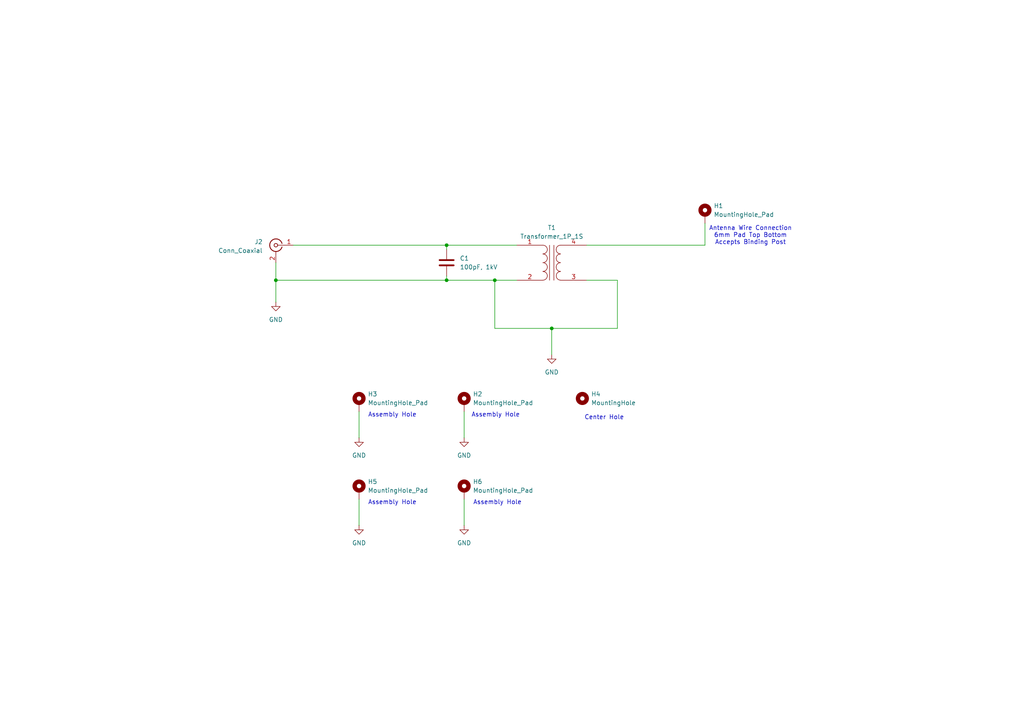
<source format=kicad_sch>
(kicad_sch
	(version 20231120)
	(generator "eeschema")
	(generator_version "8.0")
	(uuid "cd7a13dc-898b-444e-8c64-04932f1d4072")
	(paper "A4")
	(lib_symbols
		(symbol "Connector:Conn_Coaxial"
			(pin_names
				(offset 1.016) hide)
			(exclude_from_sim no)
			(in_bom yes)
			(on_board yes)
			(property "Reference" "J"
				(at 0.254 3.048 0)
				(effects
					(font
						(size 1.27 1.27)
					)
				)
			)
			(property "Value" "Conn_Coaxial"
				(at 2.921 0 90)
				(effects
					(font
						(size 1.27 1.27)
					)
				)
			)
			(property "Footprint" ""
				(at 0 0 0)
				(effects
					(font
						(size 1.27 1.27)
					)
					(hide yes)
				)
			)
			(property "Datasheet" "~"
				(at 0 0 0)
				(effects
					(font
						(size 1.27 1.27)
					)
					(hide yes)
				)
			)
			(property "Description" "coaxial connector (BNC, SMA, SMB, SMC, Cinch/RCA, LEMO, ...)"
				(at 0 0 0)
				(effects
					(font
						(size 1.27 1.27)
					)
					(hide yes)
				)
			)
			(property "ki_keywords" "BNC SMA SMB SMC LEMO coaxial connector CINCH RCA MCX MMCX U.FL UMRF"
				(at 0 0 0)
				(effects
					(font
						(size 1.27 1.27)
					)
					(hide yes)
				)
			)
			(property "ki_fp_filters" "*BNC* *SMA* *SMB* *SMC* *Cinch* *LEMO* *UMRF* *MCX* *U.FL*"
				(at 0 0 0)
				(effects
					(font
						(size 1.27 1.27)
					)
					(hide yes)
				)
			)
			(symbol "Conn_Coaxial_0_1"
				(arc
					(start -1.778 -0.508)
					(mid 0.2311 -1.8066)
					(end 1.778 0)
					(stroke
						(width 0.254)
						(type default)
					)
					(fill
						(type none)
					)
				)
				(polyline
					(pts
						(xy -2.54 0) (xy -0.508 0)
					)
					(stroke
						(width 0)
						(type default)
					)
					(fill
						(type none)
					)
				)
				(polyline
					(pts
						(xy 0 -2.54) (xy 0 -1.778)
					)
					(stroke
						(width 0)
						(type default)
					)
					(fill
						(type none)
					)
				)
				(circle
					(center 0 0)
					(radius 0.508)
					(stroke
						(width 0.2032)
						(type default)
					)
					(fill
						(type none)
					)
				)
				(arc
					(start 1.778 0)
					(mid 0.2099 1.8101)
					(end -1.778 0.508)
					(stroke
						(width 0.254)
						(type default)
					)
					(fill
						(type none)
					)
				)
			)
			(symbol "Conn_Coaxial_1_1"
				(pin passive line
					(at -5.08 0 0)
					(length 2.54)
					(name "In"
						(effects
							(font
								(size 1.27 1.27)
							)
						)
					)
					(number "1"
						(effects
							(font
								(size 1.27 1.27)
							)
						)
					)
				)
				(pin passive line
					(at 0 -5.08 90)
					(length 2.54)
					(name "Ext"
						(effects
							(font
								(size 1.27 1.27)
							)
						)
					)
					(number "2"
						(effects
							(font
								(size 1.27 1.27)
							)
						)
					)
				)
			)
		)
		(symbol "Device:C"
			(pin_numbers hide)
			(pin_names
				(offset 0.254)
			)
			(exclude_from_sim no)
			(in_bom yes)
			(on_board yes)
			(property "Reference" "C"
				(at 0.635 2.54 0)
				(effects
					(font
						(size 1.27 1.27)
					)
					(justify left)
				)
			)
			(property "Value" "C"
				(at 0.635 -2.54 0)
				(effects
					(font
						(size 1.27 1.27)
					)
					(justify left)
				)
			)
			(property "Footprint" ""
				(at 0.9652 -3.81 0)
				(effects
					(font
						(size 1.27 1.27)
					)
					(hide yes)
				)
			)
			(property "Datasheet" "~"
				(at 0 0 0)
				(effects
					(font
						(size 1.27 1.27)
					)
					(hide yes)
				)
			)
			(property "Description" "Unpolarized capacitor"
				(at 0 0 0)
				(effects
					(font
						(size 1.27 1.27)
					)
					(hide yes)
				)
			)
			(property "ki_keywords" "cap capacitor"
				(at 0 0 0)
				(effects
					(font
						(size 1.27 1.27)
					)
					(hide yes)
				)
			)
			(property "ki_fp_filters" "C_*"
				(at 0 0 0)
				(effects
					(font
						(size 1.27 1.27)
					)
					(hide yes)
				)
			)
			(symbol "C_0_1"
				(polyline
					(pts
						(xy -2.032 -0.762) (xy 2.032 -0.762)
					)
					(stroke
						(width 0.508)
						(type default)
					)
					(fill
						(type none)
					)
				)
				(polyline
					(pts
						(xy -2.032 0.762) (xy 2.032 0.762)
					)
					(stroke
						(width 0.508)
						(type default)
					)
					(fill
						(type none)
					)
				)
			)
			(symbol "C_1_1"
				(pin passive line
					(at 0 3.81 270)
					(length 2.794)
					(name "~"
						(effects
							(font
								(size 1.27 1.27)
							)
						)
					)
					(number "1"
						(effects
							(font
								(size 1.27 1.27)
							)
						)
					)
				)
				(pin passive line
					(at 0 -3.81 90)
					(length 2.794)
					(name "~"
						(effects
							(font
								(size 1.27 1.27)
							)
						)
					)
					(number "2"
						(effects
							(font
								(size 1.27 1.27)
							)
						)
					)
				)
			)
		)
		(symbol "Device:Transformer_1P_1S"
			(pin_names
				(offset 1.016) hide)
			(exclude_from_sim no)
			(in_bom yes)
			(on_board yes)
			(property "Reference" "T"
				(at 0 6.35 0)
				(effects
					(font
						(size 1.27 1.27)
					)
				)
			)
			(property "Value" "Transformer_1P_1S"
				(at 0 -7.62 0)
				(effects
					(font
						(size 1.27 1.27)
					)
				)
			)
			(property "Footprint" ""
				(at 0 0 0)
				(effects
					(font
						(size 1.27 1.27)
					)
					(hide yes)
				)
			)
			(property "Datasheet" "~"
				(at 0 0 0)
				(effects
					(font
						(size 1.27 1.27)
					)
					(hide yes)
				)
			)
			(property "Description" "Transformer, single primary, single secondary"
				(at 0 0 0)
				(effects
					(font
						(size 1.27 1.27)
					)
					(hide yes)
				)
			)
			(property "ki_keywords" "transformer coil magnet"
				(at 0 0 0)
				(effects
					(font
						(size 1.27 1.27)
					)
					(hide yes)
				)
			)
			(symbol "Transformer_1P_1S_0_1"
				(arc
					(start -2.54 -5.0546)
					(mid -1.6599 -4.6901)
					(end -1.27 -3.81)
					(stroke
						(width 0)
						(type default)
					)
					(fill
						(type none)
					)
				)
				(arc
					(start -2.54 -2.5146)
					(mid -1.6599 -2.1501)
					(end -1.27 -1.27)
					(stroke
						(width 0)
						(type default)
					)
					(fill
						(type none)
					)
				)
				(arc
					(start -2.54 0.0254)
					(mid -1.6599 0.3899)
					(end -1.27 1.27)
					(stroke
						(width 0)
						(type default)
					)
					(fill
						(type none)
					)
				)
				(arc
					(start -2.54 2.5654)
					(mid -1.6599 2.9299)
					(end -1.27 3.81)
					(stroke
						(width 0)
						(type default)
					)
					(fill
						(type none)
					)
				)
				(arc
					(start -1.27 -3.81)
					(mid -1.642 -2.912)
					(end -2.54 -2.54)
					(stroke
						(width 0)
						(type default)
					)
					(fill
						(type none)
					)
				)
				(arc
					(start -1.27 -1.27)
					(mid -1.642 -0.372)
					(end -2.54 0)
					(stroke
						(width 0)
						(type default)
					)
					(fill
						(type none)
					)
				)
				(arc
					(start -1.27 1.27)
					(mid -1.642 2.168)
					(end -2.54 2.54)
					(stroke
						(width 0)
						(type default)
					)
					(fill
						(type none)
					)
				)
				(arc
					(start -1.27 3.81)
					(mid -1.642 4.708)
					(end -2.54 5.08)
					(stroke
						(width 0)
						(type default)
					)
					(fill
						(type none)
					)
				)
				(polyline
					(pts
						(xy -0.635 5.08) (xy -0.635 -5.08)
					)
					(stroke
						(width 0)
						(type default)
					)
					(fill
						(type none)
					)
				)
				(polyline
					(pts
						(xy 0.635 -5.08) (xy 0.635 5.08)
					)
					(stroke
						(width 0)
						(type default)
					)
					(fill
						(type none)
					)
				)
				(arc
					(start 1.2954 -1.27)
					(mid 1.6599 -2.1501)
					(end 2.54 -2.5146)
					(stroke
						(width 0)
						(type default)
					)
					(fill
						(type none)
					)
				)
				(arc
					(start 1.2954 1.27)
					(mid 1.6599 0.3899)
					(end 2.54 0.0254)
					(stroke
						(width 0)
						(type default)
					)
					(fill
						(type none)
					)
				)
				(arc
					(start 1.2954 3.81)
					(mid 1.6599 2.9299)
					(end 2.54 2.5654)
					(stroke
						(width 0)
						(type default)
					)
					(fill
						(type none)
					)
				)
				(arc
					(start 1.3208 -3.81)
					(mid 1.6853 -4.6901)
					(end 2.5654 -5.0546)
					(stroke
						(width 0)
						(type default)
					)
					(fill
						(type none)
					)
				)
				(arc
					(start 2.54 0)
					(mid 1.642 -0.372)
					(end 1.2954 -1.27)
					(stroke
						(width 0)
						(type default)
					)
					(fill
						(type none)
					)
				)
				(arc
					(start 2.54 2.54)
					(mid 1.642 2.168)
					(end 1.2954 1.27)
					(stroke
						(width 0)
						(type default)
					)
					(fill
						(type none)
					)
				)
				(arc
					(start 2.54 5.08)
					(mid 1.642 4.708)
					(end 1.2954 3.81)
					(stroke
						(width 0)
						(type default)
					)
					(fill
						(type none)
					)
				)
				(arc
					(start 2.5654 -2.54)
					(mid 1.6674 -2.912)
					(end 1.3208 -3.81)
					(stroke
						(width 0)
						(type default)
					)
					(fill
						(type none)
					)
				)
			)
			(symbol "Transformer_1P_1S_1_1"
				(pin passive line
					(at -10.16 5.08 0)
					(length 7.62)
					(name "AA"
						(effects
							(font
								(size 1.27 1.27)
							)
						)
					)
					(number "1"
						(effects
							(font
								(size 1.27 1.27)
							)
						)
					)
				)
				(pin passive line
					(at -10.16 -5.08 0)
					(length 7.62)
					(name "AB"
						(effects
							(font
								(size 1.27 1.27)
							)
						)
					)
					(number "2"
						(effects
							(font
								(size 1.27 1.27)
							)
						)
					)
				)
				(pin passive line
					(at 10.16 -5.08 180)
					(length 7.62)
					(name "SA"
						(effects
							(font
								(size 1.27 1.27)
							)
						)
					)
					(number "3"
						(effects
							(font
								(size 1.27 1.27)
							)
						)
					)
				)
				(pin passive line
					(at 10.16 5.08 180)
					(length 7.62)
					(name "SB"
						(effects
							(font
								(size 1.27 1.27)
							)
						)
					)
					(number "4"
						(effects
							(font
								(size 1.27 1.27)
							)
						)
					)
				)
			)
		)
		(symbol "Mechanical:MountingHole"
			(pin_names
				(offset 1.016)
			)
			(exclude_from_sim yes)
			(in_bom no)
			(on_board yes)
			(property "Reference" "H"
				(at 0 5.08 0)
				(effects
					(font
						(size 1.27 1.27)
					)
				)
			)
			(property "Value" "MountingHole"
				(at 0 3.175 0)
				(effects
					(font
						(size 1.27 1.27)
					)
				)
			)
			(property "Footprint" ""
				(at 0 0 0)
				(effects
					(font
						(size 1.27 1.27)
					)
					(hide yes)
				)
			)
			(property "Datasheet" "~"
				(at 0 0 0)
				(effects
					(font
						(size 1.27 1.27)
					)
					(hide yes)
				)
			)
			(property "Description" "Mounting Hole without connection"
				(at 0 0 0)
				(effects
					(font
						(size 1.27 1.27)
					)
					(hide yes)
				)
			)
			(property "ki_keywords" "mounting hole"
				(at 0 0 0)
				(effects
					(font
						(size 1.27 1.27)
					)
					(hide yes)
				)
			)
			(property "ki_fp_filters" "MountingHole*"
				(at 0 0 0)
				(effects
					(font
						(size 1.27 1.27)
					)
					(hide yes)
				)
			)
			(symbol "MountingHole_0_1"
				(circle
					(center 0 0)
					(radius 1.27)
					(stroke
						(width 1.27)
						(type default)
					)
					(fill
						(type none)
					)
				)
			)
		)
		(symbol "Mechanical:MountingHole_Pad"
			(pin_numbers hide)
			(pin_names
				(offset 1.016) hide)
			(exclude_from_sim yes)
			(in_bom no)
			(on_board yes)
			(property "Reference" "H"
				(at 0 6.35 0)
				(effects
					(font
						(size 1.27 1.27)
					)
				)
			)
			(property "Value" "MountingHole_Pad"
				(at 0 4.445 0)
				(effects
					(font
						(size 1.27 1.27)
					)
				)
			)
			(property "Footprint" ""
				(at 0 0 0)
				(effects
					(font
						(size 1.27 1.27)
					)
					(hide yes)
				)
			)
			(property "Datasheet" "~"
				(at 0 0 0)
				(effects
					(font
						(size 1.27 1.27)
					)
					(hide yes)
				)
			)
			(property "Description" "Mounting Hole with connection"
				(at 0 0 0)
				(effects
					(font
						(size 1.27 1.27)
					)
					(hide yes)
				)
			)
			(property "ki_keywords" "mounting hole"
				(at 0 0 0)
				(effects
					(font
						(size 1.27 1.27)
					)
					(hide yes)
				)
			)
			(property "ki_fp_filters" "MountingHole*Pad*"
				(at 0 0 0)
				(effects
					(font
						(size 1.27 1.27)
					)
					(hide yes)
				)
			)
			(symbol "MountingHole_Pad_0_1"
				(circle
					(center 0 1.27)
					(radius 1.27)
					(stroke
						(width 1.27)
						(type default)
					)
					(fill
						(type none)
					)
				)
			)
			(symbol "MountingHole_Pad_1_1"
				(pin input line
					(at 0 -2.54 90)
					(length 2.54)
					(name "1"
						(effects
							(font
								(size 1.27 1.27)
							)
						)
					)
					(number "1"
						(effects
							(font
								(size 1.27 1.27)
							)
						)
					)
				)
			)
		)
		(symbol "power:GND"
			(power)
			(pin_numbers hide)
			(pin_names
				(offset 0) hide)
			(exclude_from_sim no)
			(in_bom yes)
			(on_board yes)
			(property "Reference" "#PWR"
				(at 0 -6.35 0)
				(effects
					(font
						(size 1.27 1.27)
					)
					(hide yes)
				)
			)
			(property "Value" "GND"
				(at 0 -3.81 0)
				(effects
					(font
						(size 1.27 1.27)
					)
				)
			)
			(property "Footprint" ""
				(at 0 0 0)
				(effects
					(font
						(size 1.27 1.27)
					)
					(hide yes)
				)
			)
			(property "Datasheet" ""
				(at 0 0 0)
				(effects
					(font
						(size 1.27 1.27)
					)
					(hide yes)
				)
			)
			(property "Description" "Power symbol creates a global label with name \"GND\" , ground"
				(at 0 0 0)
				(effects
					(font
						(size 1.27 1.27)
					)
					(hide yes)
				)
			)
			(property "ki_keywords" "global power"
				(at 0 0 0)
				(effects
					(font
						(size 1.27 1.27)
					)
					(hide yes)
				)
			)
			(symbol "GND_0_1"
				(polyline
					(pts
						(xy 0 0) (xy 0 -1.27) (xy 1.27 -1.27) (xy 0 -2.54) (xy -1.27 -1.27) (xy 0 -1.27)
					)
					(stroke
						(width 0)
						(type default)
					)
					(fill
						(type none)
					)
				)
			)
			(symbol "GND_1_1"
				(pin power_in line
					(at 0 0 270)
					(length 0)
					(name "~"
						(effects
							(font
								(size 1.27 1.27)
							)
						)
					)
					(number "1"
						(effects
							(font
								(size 1.27 1.27)
							)
						)
					)
				)
			)
		)
	)
	(junction
		(at 160.02 95.25)
		(diameter 0)
		(color 0 0 0 0)
		(uuid "2c5293e8-f8ec-4753-ae93-d7806d5b9cfe")
	)
	(junction
		(at 129.54 81.28)
		(diameter 0)
		(color 0 0 0 0)
		(uuid "9a6484bd-43cd-4651-a4f1-0fe9a12581cd")
	)
	(junction
		(at 143.51 81.28)
		(diameter 0)
		(color 0 0 0 0)
		(uuid "aeddf92a-8395-428c-af35-1727907cb3a0")
	)
	(junction
		(at 80.01 81.28)
		(diameter 0)
		(color 0 0 0 0)
		(uuid "c95b201e-a72e-4c1f-835f-9026daa6ee49")
	)
	(junction
		(at 129.54 71.12)
		(diameter 0)
		(color 0 0 0 0)
		(uuid "c977be67-bed0-4a80-abb3-05195db88147")
	)
	(wire
		(pts
			(xy 134.62 144.78) (xy 134.62 152.4)
		)
		(stroke
			(width 0)
			(type default)
		)
		(uuid "1bbfb401-8fe7-4b69-ac9a-dbc1d7ee71e3")
	)
	(wire
		(pts
			(xy 204.47 71.12) (xy 204.47 64.77)
		)
		(stroke
			(width 0)
			(type default)
		)
		(uuid "213e6e7f-0d55-423b-8461-8e28e20326ca")
	)
	(wire
		(pts
			(xy 80.01 81.28) (xy 129.54 81.28)
		)
		(stroke
			(width 0)
			(type default)
		)
		(uuid "3ce0e3e5-1ec1-4c9f-9bb8-c76dfcadbe8d")
	)
	(wire
		(pts
			(xy 129.54 71.12) (xy 149.86 71.12)
		)
		(stroke
			(width 0)
			(type default)
		)
		(uuid "3e5f85c5-0ade-4feb-b895-c961555b4cf3")
	)
	(wire
		(pts
			(xy 104.14 119.38) (xy 104.14 127)
		)
		(stroke
			(width 0)
			(type default)
		)
		(uuid "3f8e253f-9861-4515-bd0d-6b48a60b727f")
	)
	(wire
		(pts
			(xy 129.54 80.01) (xy 129.54 81.28)
		)
		(stroke
			(width 0)
			(type default)
		)
		(uuid "4158a876-8f2c-4364-8e31-f54ae2488f19")
	)
	(wire
		(pts
			(xy 80.01 76.2) (xy 80.01 81.28)
		)
		(stroke
			(width 0)
			(type default)
		)
		(uuid "4d0732f3-b0d3-42ec-bea4-58207664bddd")
	)
	(wire
		(pts
			(xy 129.54 71.12) (xy 129.54 72.39)
		)
		(stroke
			(width 0)
			(type default)
		)
		(uuid "5be061e5-9cb0-4d7c-abd4-4080c7b74e6f")
	)
	(wire
		(pts
			(xy 170.18 71.12) (xy 204.47 71.12)
		)
		(stroke
			(width 0)
			(type default)
		)
		(uuid "75dd2589-1b0b-476e-a730-3e84b713f133")
	)
	(wire
		(pts
			(xy 143.51 81.28) (xy 149.86 81.28)
		)
		(stroke
			(width 0)
			(type default)
		)
		(uuid "89f2ba9b-bc9a-4307-8ccc-45997d1d5184")
	)
	(wire
		(pts
			(xy 160.02 95.25) (xy 160.02 102.87)
		)
		(stroke
			(width 0)
			(type default)
		)
		(uuid "8e04f203-8372-4e09-809b-0d62b4128c81")
	)
	(wire
		(pts
			(xy 170.18 81.28) (xy 179.07 81.28)
		)
		(stroke
			(width 0)
			(type default)
		)
		(uuid "9363a2f5-da1c-43b4-ad80-d6ca79713c76")
	)
	(wire
		(pts
			(xy 179.07 81.28) (xy 179.07 95.25)
		)
		(stroke
			(width 0)
			(type default)
		)
		(uuid "9dd19dde-2799-467e-9e29-9a62a11addda")
	)
	(wire
		(pts
			(xy 85.09 71.12) (xy 129.54 71.12)
		)
		(stroke
			(width 0)
			(type default)
		)
		(uuid "b610e41a-d2de-4537-b753-3b9d457e6e81")
	)
	(wire
		(pts
			(xy 134.62 119.38) (xy 134.62 127)
		)
		(stroke
			(width 0)
			(type default)
		)
		(uuid "b7ca0e6e-8242-47a6-a62a-ddb33295e358")
	)
	(wire
		(pts
			(xy 129.54 81.28) (xy 143.51 81.28)
		)
		(stroke
			(width 0)
			(type default)
		)
		(uuid "b96fbe1d-3cc3-413c-a1d2-0ca94c684183")
	)
	(wire
		(pts
			(xy 179.07 95.25) (xy 160.02 95.25)
		)
		(stroke
			(width 0)
			(type default)
		)
		(uuid "d423187c-1c61-4eb3-b52b-e7ff264cf2f8")
	)
	(wire
		(pts
			(xy 104.14 144.78) (xy 104.14 152.4)
		)
		(stroke
			(width 0)
			(type default)
		)
		(uuid "d60f08c6-abb6-4842-b0f9-4c3687b9b271")
	)
	(wire
		(pts
			(xy 160.02 95.25) (xy 143.51 95.25)
		)
		(stroke
			(width 0)
			(type default)
		)
		(uuid "d696e600-aee1-4d17-bbfe-ea2ea8a00c05")
	)
	(wire
		(pts
			(xy 143.51 81.28) (xy 143.51 95.25)
		)
		(stroke
			(width 0)
			(type default)
		)
		(uuid "d830c51c-ac03-4dfc-80c1-5d4737f1ca17")
	)
	(wire
		(pts
			(xy 80.01 87.63) (xy 80.01 81.28)
		)
		(stroke
			(width 0)
			(type default)
		)
		(uuid "e240fb93-c544-4885-84f9-c2bcf1c67b0a")
	)
	(text "Assembly Hole"
		(exclude_from_sim no)
		(at 113.792 120.396 0)
		(effects
			(font
				(size 1.27 1.27)
			)
		)
		(uuid "3b85603b-a8ca-4b00-854f-1abe5140bc88")
	)
	(text "Assembly Hole"
		(exclude_from_sim no)
		(at 143.764 120.396 0)
		(effects
			(font
				(size 1.27 1.27)
			)
		)
		(uuid "8be3538d-bfc8-4a7e-b36b-c41938bf84c4")
	)
	(text "Assembly Hole"
		(exclude_from_sim no)
		(at 113.792 145.796 0)
		(effects
			(font
				(size 1.27 1.27)
			)
		)
		(uuid "9c58d4b3-db68-4bf9-b301-64d6ee6fd14f")
	)
	(text "Antenna Wire Connection\n6mm Pad Top Bottom\nAccepts Binding Post"
		(exclude_from_sim no)
		(at 217.678 68.326 0)
		(effects
			(font
				(size 1.27 1.27)
			)
		)
		(uuid "b560012a-49fb-4c98-b259-741ed0c43db6")
	)
	(text "Center Hole"
		(exclude_from_sim no)
		(at 175.26 121.158 0)
		(effects
			(font
				(size 1.27 1.27)
			)
		)
		(uuid "e5bed781-99a0-4dc3-8e6c-57693aa34fc4")
	)
	(text "Assembly Hole"
		(exclude_from_sim no)
		(at 144.272 145.796 0)
		(effects
			(font
				(size 1.27 1.27)
			)
		)
		(uuid "fbc5272c-e7d6-433d-9d77-77682a6837eb")
	)
	(symbol
		(lib_id "power:GND")
		(at 134.62 152.4 0)
		(unit 1)
		(exclude_from_sim no)
		(in_bom yes)
		(on_board yes)
		(dnp no)
		(fields_autoplaced yes)
		(uuid "01b8d708-8c48-4a76-bda0-14143b1bad0f")
		(property "Reference" "#PWR06"
			(at 134.62 158.75 0)
			(effects
				(font
					(size 1.27 1.27)
				)
				(hide yes)
			)
		)
		(property "Value" "GND"
			(at 134.62 157.48 0)
			(effects
				(font
					(size 1.27 1.27)
				)
			)
		)
		(property "Footprint" ""
			(at 134.62 152.4 0)
			(effects
				(font
					(size 1.27 1.27)
				)
				(hide yes)
			)
		)
		(property "Datasheet" ""
			(at 134.62 152.4 0)
			(effects
				(font
					(size 1.27 1.27)
				)
				(hide yes)
			)
		)
		(property "Description" "Power symbol creates a global label with name \"GND\" , ground"
			(at 134.62 152.4 0)
			(effects
				(font
					(size 1.27 1.27)
				)
				(hide yes)
			)
		)
		(pin "1"
			(uuid "17152303-1925-4002-a768-0f6bcd330c11")
		)
		(instances
			(project "Wire Spool Antenna V1.2"
				(path "/cd7a13dc-898b-444e-8c64-04932f1d4072"
					(reference "#PWR06")
					(unit 1)
				)
			)
		)
	)
	(symbol
		(lib_id "power:GND")
		(at 104.14 152.4 0)
		(unit 1)
		(exclude_from_sim no)
		(in_bom yes)
		(on_board yes)
		(dnp no)
		(fields_autoplaced yes)
		(uuid "0ba9a564-ebfe-4ed9-a43a-78f0a0c60ee2")
		(property "Reference" "#PWR05"
			(at 104.14 158.75 0)
			(effects
				(font
					(size 1.27 1.27)
				)
				(hide yes)
			)
		)
		(property "Value" "GND"
			(at 104.14 157.48 0)
			(effects
				(font
					(size 1.27 1.27)
				)
			)
		)
		(property "Footprint" ""
			(at 104.14 152.4 0)
			(effects
				(font
					(size 1.27 1.27)
				)
				(hide yes)
			)
		)
		(property "Datasheet" ""
			(at 104.14 152.4 0)
			(effects
				(font
					(size 1.27 1.27)
				)
				(hide yes)
			)
		)
		(property "Description" "Power symbol creates a global label with name \"GND\" , ground"
			(at 104.14 152.4 0)
			(effects
				(font
					(size 1.27 1.27)
				)
				(hide yes)
			)
		)
		(pin "1"
			(uuid "f77a2e8e-e233-4550-aea0-b81de5c635bb")
		)
		(instances
			(project "Wire Spool Antenna V1.2"
				(path "/cd7a13dc-898b-444e-8c64-04932f1d4072"
					(reference "#PWR05")
					(unit 1)
				)
			)
		)
	)
	(symbol
		(lib_id "power:GND")
		(at 134.62 127 0)
		(unit 1)
		(exclude_from_sim no)
		(in_bom yes)
		(on_board yes)
		(dnp no)
		(fields_autoplaced yes)
		(uuid "270624c9-d1dc-4f7d-8a56-c89f81765ad5")
		(property "Reference" "#PWR03"
			(at 134.62 133.35 0)
			(effects
				(font
					(size 1.27 1.27)
				)
				(hide yes)
			)
		)
		(property "Value" "GND"
			(at 134.62 132.08 0)
			(effects
				(font
					(size 1.27 1.27)
				)
			)
		)
		(property "Footprint" ""
			(at 134.62 127 0)
			(effects
				(font
					(size 1.27 1.27)
				)
				(hide yes)
			)
		)
		(property "Datasheet" ""
			(at 134.62 127 0)
			(effects
				(font
					(size 1.27 1.27)
				)
				(hide yes)
			)
		)
		(property "Description" "Power symbol creates a global label with name \"GND\" , ground"
			(at 134.62 127 0)
			(effects
				(font
					(size 1.27 1.27)
				)
				(hide yes)
			)
		)
		(pin "1"
			(uuid "cfcfac94-6c3c-41e6-8837-3b43ffd6635d")
		)
		(instances
			(project "Wire Spool Antenna"
				(path "/cd7a13dc-898b-444e-8c64-04932f1d4072"
					(reference "#PWR03")
					(unit 1)
				)
			)
		)
	)
	(symbol
		(lib_id "Device:Transformer_1P_1S")
		(at 160.02 76.2 0)
		(unit 1)
		(exclude_from_sim no)
		(in_bom yes)
		(on_board yes)
		(dnp no)
		(fields_autoplaced yes)
		(uuid "27217e12-1e08-4135-91a3-1db65b510a34")
		(property "Reference" "T1"
			(at 160.0327 66.04 0)
			(effects
				(font
					(size 1.27 1.27)
				)
			)
		)
		(property "Value" "Transformer_1P_1S"
			(at 160.0327 68.58 0)
			(effects
				(font
					(size 1.27 1.27)
				)
			)
		)
		(property "Footprint" "footprints:TOROID_140_AUTO"
			(at 160.02 76.2 0)
			(effects
				(font
					(size 1.27 1.27)
				)
				(hide yes)
			)
		)
		(property "Datasheet" "~"
			(at 160.02 76.2 0)
			(effects
				(font
					(size 1.27 1.27)
				)
				(hide yes)
			)
		)
		(property "Description" "Transformer, single primary, single secondary"
			(at 160.02 76.2 0)
			(effects
				(font
					(size 1.27 1.27)
				)
				(hide yes)
			)
		)
		(pin "4"
			(uuid "fa7eca0f-584b-4efb-84e5-32058e5d0579")
		)
		(pin "1"
			(uuid "ddb339d7-3eda-466e-ac3d-e5ec949edaba")
		)
		(pin "2"
			(uuid "b45c1eb3-88ed-4973-b4fb-a285b2cca79f")
		)
		(pin "3"
			(uuid "23fc6de0-afeb-446b-a4cd-ffeb5f1f3fe5")
		)
		(instances
			(project ""
				(path "/cd7a13dc-898b-444e-8c64-04932f1d4072"
					(reference "T1")
					(unit 1)
				)
			)
		)
	)
	(symbol
		(lib_id "Connector:Conn_Coaxial")
		(at 80.01 71.12 0)
		(mirror y)
		(unit 1)
		(exclude_from_sim no)
		(in_bom yes)
		(on_board yes)
		(dnp no)
		(uuid "2791a7bc-7ac1-436e-ad01-d1c6dcbf5e9e")
		(property "Reference" "J2"
			(at 76.2 70.1431 0)
			(effects
				(font
					(size 1.27 1.27)
				)
				(justify left)
			)
		)
		(property "Value" "Conn_Coaxial"
			(at 76.2 72.6831 0)
			(effects
				(font
					(size 1.27 1.27)
				)
				(justify left)
			)
		)
		(property "Footprint" "footprints:BNC_MOLEX_73100"
			(at 80.01 71.12 0)
			(effects
				(font
					(size 1.27 1.27)
				)
				(hide yes)
			)
		)
		(property "Datasheet" "~"
			(at 80.01 71.12 0)
			(effects
				(font
					(size 1.27 1.27)
				)
				(hide yes)
			)
		)
		(property "Description" "coaxial connector (BNC, SMA, SMB, SMC, Cinch/RCA, LEMO, ...)"
			(at 80.01 71.12 0)
			(effects
				(font
					(size 1.27 1.27)
				)
				(hide yes)
			)
		)
		(pin "1"
			(uuid "2cf33b7c-b0e0-4549-9f5f-4e0467f9bb9a")
		)
		(pin "2"
			(uuid "c832ebd3-595e-4a93-87a9-127926bf371c")
		)
		(instances
			(project ""
				(path "/cd7a13dc-898b-444e-8c64-04932f1d4072"
					(reference "J2")
					(unit 1)
				)
			)
		)
	)
	(symbol
		(lib_id "power:GND")
		(at 160.02 102.87 0)
		(unit 1)
		(exclude_from_sim no)
		(in_bom yes)
		(on_board yes)
		(dnp no)
		(fields_autoplaced yes)
		(uuid "33f4a6d6-1015-4695-b851-f46157a3d8ff")
		(property "Reference" "#PWR04"
			(at 160.02 109.22 0)
			(effects
				(font
					(size 1.27 1.27)
				)
				(hide yes)
			)
		)
		(property "Value" "GND"
			(at 160.02 107.95 0)
			(effects
				(font
					(size 1.27 1.27)
				)
			)
		)
		(property "Footprint" ""
			(at 160.02 102.87 0)
			(effects
				(font
					(size 1.27 1.27)
				)
				(hide yes)
			)
		)
		(property "Datasheet" ""
			(at 160.02 102.87 0)
			(effects
				(font
					(size 1.27 1.27)
				)
				(hide yes)
			)
		)
		(property "Description" "Power symbol creates a global label with name \"GND\" , ground"
			(at 160.02 102.87 0)
			(effects
				(font
					(size 1.27 1.27)
				)
				(hide yes)
			)
		)
		(pin "1"
			(uuid "bd1124e6-2c34-4985-9ecb-9049a21a746e")
		)
		(instances
			(project "Wire Spool Antenna"
				(path "/cd7a13dc-898b-444e-8c64-04932f1d4072"
					(reference "#PWR04")
					(unit 1)
				)
			)
		)
	)
	(symbol
		(lib_id "Mechanical:MountingHole_Pad")
		(at 134.62 142.24 0)
		(unit 1)
		(exclude_from_sim yes)
		(in_bom no)
		(on_board yes)
		(dnp no)
		(fields_autoplaced yes)
		(uuid "37ad7ddd-f76b-4982-adf6-3a8b4b030afb")
		(property "Reference" "H6"
			(at 137.16 139.6999 0)
			(effects
				(font
					(size 1.27 1.27)
				)
				(justify left)
			)
		)
		(property "Value" "MountingHole_Pad"
			(at 137.16 142.2399 0)
			(effects
				(font
					(size 1.27 1.27)
				)
				(justify left)
			)
		)
		(property "Footprint" "MountingHole:MountingHole_3.2mm_M3_Pad"
			(at 134.62 142.24 0)
			(effects
				(font
					(size 1.27 1.27)
				)
				(hide yes)
			)
		)
		(property "Datasheet" "~"
			(at 134.62 142.24 0)
			(effects
				(font
					(size 1.27 1.27)
				)
				(hide yes)
			)
		)
		(property "Description" "Mounting Hole with connection"
			(at 134.62 142.24 0)
			(effects
				(font
					(size 1.27 1.27)
				)
				(hide yes)
			)
		)
		(pin "1"
			(uuid "cc5a1aa2-deaf-432f-a750-c5293e64377e")
		)
		(instances
			(project "Wire Spool Antenna V1.2"
				(path "/cd7a13dc-898b-444e-8c64-04932f1d4072"
					(reference "H6")
					(unit 1)
				)
			)
		)
	)
	(symbol
		(lib_id "Device:C")
		(at 129.54 76.2 0)
		(unit 1)
		(exclude_from_sim no)
		(in_bom yes)
		(on_board yes)
		(dnp no)
		(fields_autoplaced yes)
		(uuid "5b99d1b0-1594-458f-852e-695e6856ca73")
		(property "Reference" "C1"
			(at 133.35 74.9299 0)
			(effects
				(font
					(size 1.27 1.27)
				)
				(justify left)
			)
		)
		(property "Value" "100pF, 1kV"
			(at 133.35 77.4699 0)
			(effects
				(font
					(size 1.27 1.27)
				)
				(justify left)
			)
		)
		(property "Footprint" "Capacitor_THT:C_Disc_D7.5mm_W4.4mm_P5.00mm"
			(at 130.5052 80.01 0)
			(effects
				(font
					(size 1.27 1.27)
				)
				(hide yes)
			)
		)
		(property "Datasheet" "~"
			(at 129.54 76.2 0)
			(effects
				(font
					(size 1.27 1.27)
				)
				(hide yes)
			)
		)
		(property "Description" "Unpolarized capacitor"
			(at 129.54 76.2 0)
			(effects
				(font
					(size 1.27 1.27)
				)
				(hide yes)
			)
		)
		(pin "2"
			(uuid "a437170d-73bf-4976-af6d-812d9c590e01")
		)
		(pin "1"
			(uuid "e47dae15-fc8e-43f9-be9f-9e18d26f1abe")
		)
		(instances
			(project ""
				(path "/cd7a13dc-898b-444e-8c64-04932f1d4072"
					(reference "C1")
					(unit 1)
				)
			)
		)
	)
	(symbol
		(lib_id "Mechanical:MountingHole_Pad")
		(at 204.47 62.23 0)
		(unit 1)
		(exclude_from_sim yes)
		(in_bom no)
		(on_board yes)
		(dnp no)
		(fields_autoplaced yes)
		(uuid "5cd7bfb7-2c3f-498a-9676-582366ba4ab5")
		(property "Reference" "H1"
			(at 207.01 59.6899 0)
			(effects
				(font
					(size 1.27 1.27)
				)
				(justify left)
			)
		)
		(property "Value" "MountingHole_Pad"
			(at 207.01 62.2299 0)
			(effects
				(font
					(size 1.27 1.27)
				)
				(justify left)
			)
		)
		(property "Footprint" "MountingHole:MountingHole_6mm_Pad_TopBottom"
			(at 204.47 62.23 0)
			(effects
				(font
					(size 1.27 1.27)
				)
				(hide yes)
			)
		)
		(property "Datasheet" "~"
			(at 204.47 62.23 0)
			(effects
				(font
					(size 1.27 1.27)
				)
				(hide yes)
			)
		)
		(property "Description" "Mounting Hole with connection"
			(at 204.47 62.23 0)
			(effects
				(font
					(size 1.27 1.27)
				)
				(hide yes)
			)
		)
		(pin "1"
			(uuid "856ca54d-bf3e-49f4-9042-7d10c4245903")
		)
		(instances
			(project "Wire Spool Antenna"
				(path "/cd7a13dc-898b-444e-8c64-04932f1d4072"
					(reference "H1")
					(unit 1)
				)
			)
		)
	)
	(symbol
		(lib_id "Mechanical:MountingHole")
		(at 168.91 115.57 0)
		(unit 1)
		(exclude_from_sim yes)
		(in_bom no)
		(on_board yes)
		(dnp no)
		(fields_autoplaced yes)
		(uuid "5fd6209a-a055-43ae-91a0-bf18c602c4e6")
		(property "Reference" "H4"
			(at 171.45 114.2999 0)
			(effects
				(font
					(size 1.27 1.27)
				)
				(justify left)
			)
		)
		(property "Value" "MountingHole"
			(at 171.45 116.8399 0)
			(effects
				(font
					(size 1.27 1.27)
				)
				(justify left)
			)
		)
		(property "Footprint" "MountingHole:MountingHole_8.4mm_M8"
			(at 168.91 115.57 0)
			(effects
				(font
					(size 1.27 1.27)
				)
				(hide yes)
			)
		)
		(property "Datasheet" "~"
			(at 168.91 115.57 0)
			(effects
				(font
					(size 1.27 1.27)
				)
				(hide yes)
			)
		)
		(property "Description" "Mounting Hole without connection"
			(at 168.91 115.57 0)
			(effects
				(font
					(size 1.27 1.27)
				)
				(hide yes)
			)
		)
		(instances
			(project ""
				(path "/cd7a13dc-898b-444e-8c64-04932f1d4072"
					(reference "H4")
					(unit 1)
				)
			)
		)
	)
	(symbol
		(lib_id "power:GND")
		(at 80.01 87.63 0)
		(unit 1)
		(exclude_from_sim no)
		(in_bom yes)
		(on_board yes)
		(dnp no)
		(fields_autoplaced yes)
		(uuid "9edc36bf-dd42-4266-bb2b-f07b1db1f87c")
		(property "Reference" "#PWR01"
			(at 80.01 93.98 0)
			(effects
				(font
					(size 1.27 1.27)
				)
				(hide yes)
			)
		)
		(property "Value" "GND"
			(at 80.01 92.71 0)
			(effects
				(font
					(size 1.27 1.27)
				)
			)
		)
		(property "Footprint" ""
			(at 80.01 87.63 0)
			(effects
				(font
					(size 1.27 1.27)
				)
				(hide yes)
			)
		)
		(property "Datasheet" ""
			(at 80.01 87.63 0)
			(effects
				(font
					(size 1.27 1.27)
				)
				(hide yes)
			)
		)
		(property "Description" "Power symbol creates a global label with name \"GND\" , ground"
			(at 80.01 87.63 0)
			(effects
				(font
					(size 1.27 1.27)
				)
				(hide yes)
			)
		)
		(pin "1"
			(uuid "812c44e9-9777-4199-a707-f00b59e4de40")
		)
		(instances
			(project ""
				(path "/cd7a13dc-898b-444e-8c64-04932f1d4072"
					(reference "#PWR01")
					(unit 1)
				)
			)
		)
	)
	(symbol
		(lib_id "power:GND")
		(at 104.14 127 0)
		(unit 1)
		(exclude_from_sim no)
		(in_bom yes)
		(on_board yes)
		(dnp no)
		(fields_autoplaced yes)
		(uuid "c6543520-ac26-40ce-801b-31fe6ae7447c")
		(property "Reference" "#PWR02"
			(at 104.14 133.35 0)
			(effects
				(font
					(size 1.27 1.27)
				)
				(hide yes)
			)
		)
		(property "Value" "GND"
			(at 104.14 132.08 0)
			(effects
				(font
					(size 1.27 1.27)
				)
			)
		)
		(property "Footprint" ""
			(at 104.14 127 0)
			(effects
				(font
					(size 1.27 1.27)
				)
				(hide yes)
			)
		)
		(property "Datasheet" ""
			(at 104.14 127 0)
			(effects
				(font
					(size 1.27 1.27)
				)
				(hide yes)
			)
		)
		(property "Description" "Power symbol creates a global label with name \"GND\" , ground"
			(at 104.14 127 0)
			(effects
				(font
					(size 1.27 1.27)
				)
				(hide yes)
			)
		)
		(pin "1"
			(uuid "0e362353-08c6-4911-8a1e-0cd6e0428188")
		)
		(instances
			(project "Wire Spool Antenna"
				(path "/cd7a13dc-898b-444e-8c64-04932f1d4072"
					(reference "#PWR02")
					(unit 1)
				)
			)
		)
	)
	(symbol
		(lib_id "Mechanical:MountingHole_Pad")
		(at 104.14 116.84 0)
		(unit 1)
		(exclude_from_sim yes)
		(in_bom no)
		(on_board yes)
		(dnp no)
		(fields_autoplaced yes)
		(uuid "cdd324da-5f53-4b51-8cd0-2661c3e34990")
		(property "Reference" "H3"
			(at 106.68 114.2999 0)
			(effects
				(font
					(size 1.27 1.27)
				)
				(justify left)
			)
		)
		(property "Value" "MountingHole_Pad"
			(at 106.68 116.8399 0)
			(effects
				(font
					(size 1.27 1.27)
				)
				(justify left)
			)
		)
		(property "Footprint" "MountingHole:MountingHole_3.2mm_M3_Pad"
			(at 104.14 116.84 0)
			(effects
				(font
					(size 1.27 1.27)
				)
				(hide yes)
			)
		)
		(property "Datasheet" "~"
			(at 104.14 116.84 0)
			(effects
				(font
					(size 1.27 1.27)
				)
				(hide yes)
			)
		)
		(property "Description" "Mounting Hole with connection"
			(at 104.14 116.84 0)
			(effects
				(font
					(size 1.27 1.27)
				)
				(hide yes)
			)
		)
		(pin "1"
			(uuid "c501b3b2-a2aa-4aef-b815-e78a0d94ceaa")
		)
		(instances
			(project "Wire Spool Antenna"
				(path "/cd7a13dc-898b-444e-8c64-04932f1d4072"
					(reference "H3")
					(unit 1)
				)
			)
		)
	)
	(symbol
		(lib_id "Mechanical:MountingHole_Pad")
		(at 104.14 142.24 0)
		(unit 1)
		(exclude_from_sim yes)
		(in_bom no)
		(on_board yes)
		(dnp no)
		(fields_autoplaced yes)
		(uuid "f3e1d31c-6fef-4ecc-b15f-4ed2e197c23b")
		(property "Reference" "H5"
			(at 106.68 139.6999 0)
			(effects
				(font
					(size 1.27 1.27)
				)
				(justify left)
			)
		)
		(property "Value" "MountingHole_Pad"
			(at 106.68 142.2399 0)
			(effects
				(font
					(size 1.27 1.27)
				)
				(justify left)
			)
		)
		(property "Footprint" "MountingHole:MountingHole_3.2mm_M3_Pad"
			(at 104.14 142.24 0)
			(effects
				(font
					(size 1.27 1.27)
				)
				(hide yes)
			)
		)
		(property "Datasheet" "~"
			(at 104.14 142.24 0)
			(effects
				(font
					(size 1.27 1.27)
				)
				(hide yes)
			)
		)
		(property "Description" "Mounting Hole with connection"
			(at 104.14 142.24 0)
			(effects
				(font
					(size 1.27 1.27)
				)
				(hide yes)
			)
		)
		(pin "1"
			(uuid "d9ffb86b-d29b-4759-b9f2-659bfaac5abb")
		)
		(instances
			(project "Wire Spool Antenna V1.2"
				(path "/cd7a13dc-898b-444e-8c64-04932f1d4072"
					(reference "H5")
					(unit 1)
				)
			)
		)
	)
	(symbol
		(lib_id "Mechanical:MountingHole_Pad")
		(at 134.62 116.84 0)
		(unit 1)
		(exclude_from_sim yes)
		(in_bom no)
		(on_board yes)
		(dnp no)
		(uuid "f4baba99-80eb-42be-8fe6-d13541487fc2")
		(property "Reference" "H2"
			(at 137.16 114.2999 0)
			(effects
				(font
					(size 1.27 1.27)
				)
				(justify left)
			)
		)
		(property "Value" "MountingHole_Pad"
			(at 137.16 116.8399 0)
			(effects
				(font
					(size 1.27 1.27)
				)
				(justify left)
			)
		)
		(property "Footprint" "MountingHole:MountingHole_3.2mm_M3_Pad"
			(at 134.62 116.84 0)
			(effects
				(font
					(size 1.27 1.27)
				)
				(hide yes)
			)
		)
		(property "Datasheet" "~"
			(at 134.62 116.84 0)
			(effects
				(font
					(size 1.27 1.27)
				)
				(hide yes)
			)
		)
		(property "Description" "Mounting Hole with connection"
			(at 134.62 116.84 0)
			(effects
				(font
					(size 1.27 1.27)
				)
				(hide yes)
			)
		)
		(pin "1"
			(uuid "9fcc6a9b-deda-45af-a79d-3a030e801878")
		)
		(instances
			(project ""
				(path "/cd7a13dc-898b-444e-8c64-04932f1d4072"
					(reference "H2")
					(unit 1)
				)
			)
		)
	)
	(sheet_instances
		(path "/"
			(page "1")
		)
	)
)

</source>
